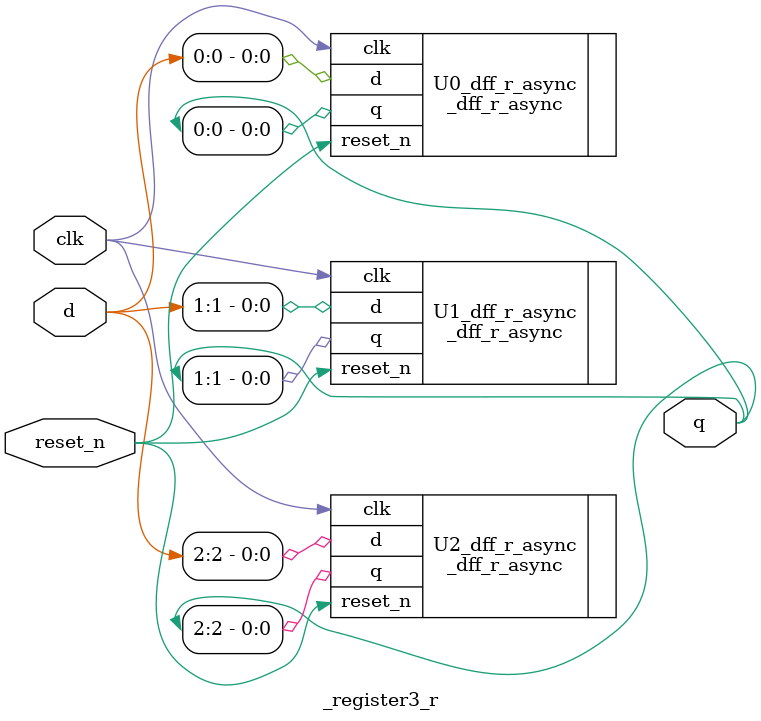
<source format=v>
module _register3_r(clk, reset_n, d, q);
	input  clk, reset_n;		// 2 inputs
	input [2:0] d;				// 3bits input d
	output [2:0] q;			// 3bits output q

	_dff_r_async U0_dff_r_async(.clk(clk), .reset_n(reset_n), .d(d[0]), .q(q[0]));		// instance by using 3 _dff_r_async
	_dff_r_async U1_dff_r_async(.clk(clk), .reset_n(reset_n), .d(d[1]), .q(q[1]));
	_dff_r_async U2_dff_r_async(.clk(clk), .reset_n(reset_n), .d(d[2]), .q(q[2]));

endmodule

</source>
